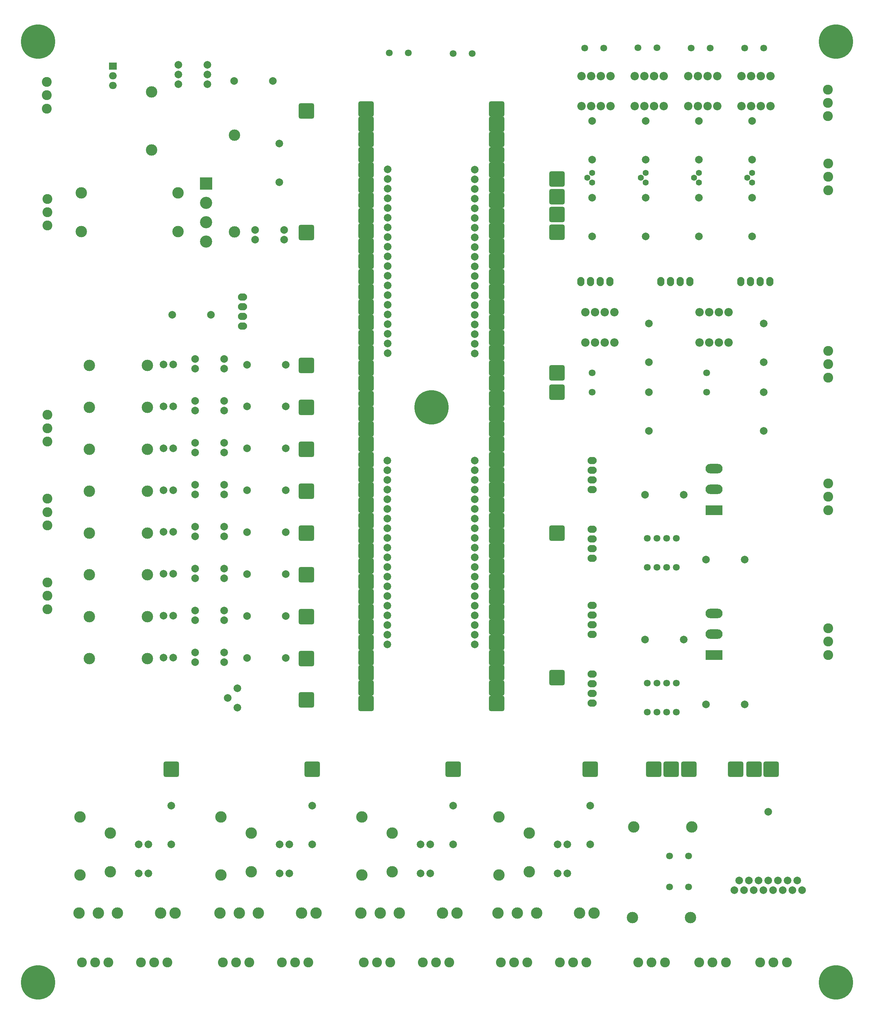
<source format=gbr>
%TF.GenerationSoftware,KiCad,Pcbnew,9.0.3*%
%TF.CreationDate,2025-10-21T23:12:44-06:00*%
%TF.ProjectId,PCB_HORNO,5043425f-484f-4524-9e4f-2e6b69636164,rev?*%
%TF.SameCoordinates,Original*%
%TF.FileFunction,Soldermask,Top*%
%TF.FilePolarity,Negative*%
%FSLAX46Y46*%
G04 Gerber Fmt 4.6, Leading zero omitted, Abs format (unit mm)*
G04 Created by KiCad (PCBNEW 9.0.3) date 2025-10-21 23:12:44*
%MOMM*%
%LPD*%
G01*
G04 APERTURE LIST*
G04 Aperture macros list*
%AMRoundRect*
0 Rectangle with rounded corners*
0 $1 Rounding radius*
0 $2 $3 $4 $5 $6 $7 $8 $9 X,Y pos of 4 corners*
0 Add a 4 corners polygon primitive as box body*
4,1,4,$2,$3,$4,$5,$6,$7,$8,$9,$2,$3,0*
0 Add four circle primitives for the rounded corners*
1,1,$1+$1,$2,$3*
1,1,$1+$1,$4,$5*
1,1,$1+$1,$6,$7*
1,1,$1+$1,$8,$9*
0 Add four rect primitives between the rounded corners*
20,1,$1+$1,$2,$3,$4,$5,0*
20,1,$1+$1,$4,$5,$6,$7,0*
20,1,$1+$1,$6,$7,$8,$9,0*
20,1,$1+$1,$8,$9,$2,$3,0*%
G04 Aperture macros list end*
%ADD10RoundRect,0.384616X1.615384X-1.615384X1.615384X1.615384X-1.615384X1.615384X-1.615384X-1.615384X0*%
%ADD11C,2.000000*%
%ADD12C,2.204000*%
%ADD13C,9.000000*%
%ADD14C,2.600000*%
%ADD15R,3.200000X3.200000*%
%ADD16C,3.200000*%
%ADD17RoundRect,0.384616X-1.615384X-1.615384X1.615384X-1.615384X1.615384X1.615384X-1.615384X1.615384X0*%
%ADD18C,3.000000*%
%ADD19C,1.800000*%
%ADD20O,2.400000X1.900000*%
%ADD21O,1.900000X2.400000*%
%ADD22RoundRect,0.384616X1.615384X1.615384X-1.615384X1.615384X-1.615384X-1.615384X1.615384X-1.615384X0*%
%ADD23R,4.500000X2.500000*%
%ADD24O,4.500000X2.500000*%
%ADD25R,2.000000X1.905000*%
%ADD26O,2.000000X1.905000*%
%ADD27C,1.600000*%
G04 APERTURE END LIST*
D10*
%TO.C,PX62*%
X237000000Y-212000000D03*
%TD*%
D11*
%TO.C,R12*%
X107900000Y-47740000D03*
X107900000Y-57900000D03*
%TD*%
D12*
%TO.C,U12*%
X229190000Y-37970000D03*
X231730000Y-37970000D03*
X234270000Y-37970000D03*
X236810000Y-37970000D03*
X236810000Y-30030000D03*
X234270000Y-30030000D03*
X231730000Y-30030000D03*
X229190000Y-30030000D03*
%TD*%
D13*
%TO.C,H4*%
X44500000Y-268000000D03*
%TD*%
D11*
%TO.C,R22*%
X235000000Y-95000000D03*
X235000000Y-105160000D03*
%TD*%
D14*
%TO.C,J0_1*%
X47000000Y-119000000D03*
X47000000Y-122500000D03*
X47000000Y-126000000D03*
%TD*%
D15*
%TO.C,D10*%
X88600000Y-58260000D03*
D16*
X88600000Y-63340000D03*
X88600000Y-68420000D03*
X88600000Y-73500000D03*
%TD*%
D14*
%TO.C,J0_5*%
X252000000Y-60000000D03*
X252000000Y-56500000D03*
X252000000Y-53000000D03*
%TD*%
D17*
%TO.C,PX48*%
X115000000Y-128000000D03*
%TD*%
D18*
%TO.C,D12*%
X137500000Y-228767500D03*
X137500000Y-238927500D03*
%TD*%
D10*
%TO.C,PX69*%
X79500000Y-212000000D03*
%TD*%
D17*
%TO.C,P18*%
X130600000Y-82700000D03*
%TD*%
%TO.C,P22*%
X130600000Y-70700000D03*
%TD*%
D18*
%TO.C,R40*%
X200560000Y-251000000D03*
X215800000Y-251000000D03*
%TD*%
D11*
%TO.C,R15*%
X204000000Y-52000000D03*
X204000000Y-41840000D03*
%TD*%
%TO.C,U20*%
X236220000Y-223200000D03*
X227330000Y-243740000D03*
X228600000Y-241200000D03*
X229870000Y-243740000D03*
X231140000Y-241200000D03*
X232410000Y-243740000D03*
X233680000Y-241200000D03*
X234950000Y-243740000D03*
X236220000Y-241200000D03*
X237490000Y-243740000D03*
X238760000Y-241200000D03*
X240030000Y-243740000D03*
X241300000Y-241200000D03*
X242570000Y-243740000D03*
X243840000Y-241200000D03*
X245110000Y-243740000D03*
%TD*%
%TO.C,U8*%
X85795000Y-181325000D03*
X85795000Y-183865000D03*
X93415000Y-183865000D03*
X93415000Y-181325000D03*
%TD*%
%TO.C,R7*%
X99420000Y-171800000D03*
X109580000Y-171800000D03*
%TD*%
D18*
%TO.C,R13*%
X74295000Y-49440000D03*
X74295000Y-34200000D03*
%TD*%
D10*
%TO.C,PX45*%
X206120000Y-212000000D03*
%TD*%
D18*
%TO.C,R28*%
X58000000Y-106000000D03*
X73240000Y-106000000D03*
%TD*%
%TO.C,R33*%
X58000000Y-161000000D03*
X73240000Y-161000000D03*
%TD*%
D10*
%TO.C,PX72*%
X189500000Y-212000000D03*
%TD*%
D19*
%TO.C,C3*%
X235000000Y-22677500D03*
X230000000Y-22677500D03*
%TD*%
D17*
%TO.C,PX33*%
X164900000Y-154700000D03*
%TD*%
%TO.C,P34*%
X164900000Y-66700000D03*
%TD*%
D11*
%TO.C,D7*%
X80000000Y-171740000D03*
X77460000Y-171740000D03*
%TD*%
D17*
%TO.C,PX50*%
X115000000Y-150000000D03*
%TD*%
D14*
%TO.C,J0_3*%
X47000000Y-163000000D03*
X47000000Y-166500000D03*
X47000000Y-170000000D03*
%TD*%
D17*
%TO.C,P26*%
X164900000Y-86700000D03*
%TD*%
D20*
%TO.C,PS1*%
X190000000Y-169000000D03*
X190000000Y-171540000D03*
X190000000Y-174080000D03*
X190000000Y-176620000D03*
%TD*%
D17*
%TO.C,3V3a1*%
X130600000Y-46700000D03*
%TD*%
%TO.C,P0*%
X130600000Y-66700000D03*
%TD*%
%TO.C,PX12*%
X130600000Y-154700000D03*
%TD*%
D11*
%TO.C,D6*%
X80000000Y-160740000D03*
X77460000Y-160740000D03*
%TD*%
D17*
%TO.C,PX27*%
X164900000Y-178700000D03*
%TD*%
D11*
%TO.C,J2*%
X136200000Y-130980000D03*
X136200000Y-133520000D03*
X136200000Y-136060000D03*
X136200000Y-138600000D03*
X136200000Y-141140000D03*
X136200000Y-143680000D03*
X136200000Y-146220000D03*
X136200000Y-148760000D03*
X136200000Y-151300000D03*
X136200000Y-153840000D03*
X136200000Y-156380000D03*
X136200000Y-158920000D03*
X136200000Y-161460000D03*
X136200000Y-164000000D03*
X136200000Y-166540000D03*
X136200000Y-169080000D03*
X136200000Y-171620000D03*
X136200000Y-174160000D03*
X136200000Y-176700000D03*
X136200000Y-179240000D03*
%TD*%
%TO.C,R16*%
X218000000Y-52000000D03*
X218000000Y-41840000D03*
%TD*%
D17*
%TO.C,PX26*%
X164900000Y-182700000D03*
%TD*%
%TO.C,PX39*%
X164900000Y-130700000D03*
%TD*%
D11*
%TO.C,R49*%
X89945000Y-92735000D03*
X79785000Y-92735000D03*
%TD*%
D17*
%TO.C,P5*%
X130600000Y-86700000D03*
%TD*%
D21*
%TO.C,PS6*%
X229000000Y-84000000D03*
X231540000Y-84000000D03*
X234080000Y-84000000D03*
X236620000Y-84000000D03*
%TD*%
D22*
%TO.C,PX124*%
X180760000Y-57100000D03*
%TD*%
D11*
%TO.C,U14*%
X101495000Y-70425000D03*
X101495000Y-72965000D03*
X109115000Y-72965000D03*
X109115000Y-70425000D03*
%TD*%
%TO.C,D2*%
X80000000Y-116740000D03*
X77460000Y-116740000D03*
%TD*%
D12*
%TO.C,U11*%
X215190000Y-37970000D03*
X217730000Y-37970000D03*
X220270000Y-37970000D03*
X222810000Y-37970000D03*
X222810000Y-30030000D03*
X220270000Y-30030000D03*
X217730000Y-30030000D03*
X215190000Y-30030000D03*
%TD*%
D19*
%TO.C,C8*%
X220000000Y-108000000D03*
X220000000Y-113000000D03*
%TD*%
D10*
%TO.C,PX67*%
X153500000Y-212000000D03*
%TD*%
D11*
%TO.C,U1*%
X85795000Y-104325000D03*
X85795000Y-106865000D03*
X93415000Y-106865000D03*
X93415000Y-104325000D03*
%TD*%
D23*
%TO.C,Q7*%
X222000000Y-144000000D03*
D24*
X222000000Y-138550000D03*
X222000000Y-133100000D03*
%TD*%
D17*
%TO.C,PX3*%
X130600000Y-118700000D03*
%TD*%
D11*
%TO.C,U4*%
X85795000Y-137325000D03*
X85795000Y-139865000D03*
X93415000Y-139865000D03*
X93415000Y-137325000D03*
%TD*%
D12*
%TO.C,U9*%
X187187500Y-37970000D03*
X189727500Y-37970000D03*
X192267500Y-37970000D03*
X194807500Y-37970000D03*
X194807500Y-30030000D03*
X192267500Y-30030000D03*
X189727500Y-30030000D03*
X187187500Y-30030000D03*
%TD*%
D18*
%TO.C,R31*%
X58000000Y-139000000D03*
X73240000Y-139000000D03*
%TD*%
D17*
%TO.C,PX49*%
X115000000Y-139000000D03*
%TD*%
D18*
%TO.C,R39*%
X200900000Y-227200000D03*
X216140000Y-227200000D03*
%TD*%
%TO.C,R45*%
X129500000Y-239767500D03*
X129500000Y-224527500D03*
%TD*%
D17*
%TO.C,PX29*%
X164900000Y-170700000D03*
%TD*%
D19*
%TO.C,U19*%
X204500000Y-159000000D03*
X207040000Y-159000000D03*
X209580000Y-159000000D03*
X212120000Y-159000000D03*
X212120000Y-151380000D03*
X209580000Y-151380000D03*
X207040000Y-151380000D03*
X204500000Y-151380000D03*
%TD*%
D18*
%TO.C,R10*%
X55900000Y-60700000D03*
X81300000Y-60700000D03*
%TD*%
%TO.C,R43*%
X92500000Y-239767500D03*
X92500000Y-224527500D03*
%TD*%
D25*
%TO.C,Q5*%
X64180000Y-27420000D03*
D26*
X64180000Y-29960000D03*
X64180000Y-32500000D03*
%TD*%
D17*
%TO.C,PX28*%
X164900000Y-174700000D03*
%TD*%
D14*
%TO.C,J0_13*%
X252000000Y-109200000D03*
X252000000Y-105700000D03*
X252000000Y-102200000D03*
%TD*%
%TO.C,J0_25*%
X166000000Y-262767500D03*
X169500000Y-262767500D03*
X173000000Y-262767500D03*
%TD*%
D17*
%TO.C,P17*%
X130600000Y-102700000D03*
%TD*%
D11*
%TO.C,D8*%
X80000000Y-182740000D03*
X77460000Y-182740000D03*
%TD*%
%TO.C,J3*%
X159160000Y-179260000D03*
X159160000Y-176720000D03*
X159160000Y-174180000D03*
X159160000Y-171640000D03*
X159160000Y-169100000D03*
X159160000Y-166560000D03*
X159160000Y-164020000D03*
X159160000Y-161480000D03*
X159160000Y-158940000D03*
X159160000Y-156400000D03*
X159160000Y-153860000D03*
X159160000Y-151320000D03*
X159160000Y-148780000D03*
X159160000Y-146240000D03*
X159160000Y-143700000D03*
X159160000Y-141160000D03*
X159160000Y-138620000D03*
X159160000Y-136080000D03*
X159160000Y-133540000D03*
X159160000Y-131000000D03*
%TD*%
D18*
%TO.C,R11*%
X96100000Y-45600000D03*
X96100000Y-71000000D03*
%TD*%
D11*
%TO.C,J1*%
X136300000Y-54500000D03*
X136300000Y-57040000D03*
X136300000Y-59580000D03*
X136300000Y-62120000D03*
X136300000Y-64660000D03*
X136300000Y-67200000D03*
X136300000Y-69740000D03*
X136300000Y-72280000D03*
X136300000Y-74820000D03*
X136300000Y-77360000D03*
X136300000Y-79900000D03*
X136300000Y-82440000D03*
X136300000Y-84980000D03*
X136300000Y-87520000D03*
X136300000Y-90060000D03*
X136300000Y-92600000D03*
X136300000Y-95140000D03*
X136300000Y-97680000D03*
X136300000Y-100220000D03*
X136300000Y-102760000D03*
%TD*%
%TO.C,R38*%
X190000000Y-62000000D03*
X190000000Y-72160000D03*
%TD*%
D17*
%TO.C,GND3*%
X164900000Y-38700000D03*
%TD*%
%TO.C,PX25*%
X164900000Y-186700000D03*
%TD*%
%TO.C,P32*%
X164900000Y-74700000D03*
%TD*%
D11*
%TO.C,R1*%
X99420000Y-105800000D03*
X109580000Y-105800000D03*
%TD*%
D17*
%TO.C,PX38*%
X164900000Y-134700000D03*
%TD*%
D11*
%TO.C,R41*%
X79500000Y-231767500D03*
X79500000Y-221607500D03*
%TD*%
D17*
%TO.C,PX5*%
X130600000Y-126700000D03*
%TD*%
%TO.C,P21*%
X164900000Y-106700000D03*
%TD*%
D11*
%TO.C,R36*%
X218000000Y-62000000D03*
X218000000Y-72160000D03*
%TD*%
D20*
%TO.C,PS4*%
X190000000Y-131000000D03*
X190000000Y-133540000D03*
X190000000Y-136080000D03*
X190000000Y-138620000D03*
%TD*%
D11*
%TO.C,R26*%
X230000000Y-157000000D03*
X219840000Y-157000000D03*
%TD*%
D17*
%TO.C,P38*%
X164900000Y-58700000D03*
%TD*%
%TO.C,PX17*%
X130600000Y-174700000D03*
%TD*%
D14*
%TO.C,J0_20*%
X71500000Y-262767500D03*
X75000000Y-262767500D03*
X78500000Y-262767500D03*
%TD*%
D17*
%TO.C,PX37*%
X164900000Y-138700000D03*
%TD*%
D19*
%TO.C,C6*%
X193000000Y-22677500D03*
X188000000Y-22677500D03*
%TD*%
D17*
%TO.C,PX51*%
X115000000Y-161000000D03*
%TD*%
D22*
%TO.C,PX80*%
X180760000Y-150000000D03*
%TD*%
D17*
%TO.C,P12*%
X164900000Y-98700000D03*
%TD*%
D27*
%TO.C,Q1*%
X190000000Y-58000000D03*
X188730000Y-56730000D03*
X190000000Y-55460000D03*
%TD*%
D17*
%TO.C,PX7*%
X130600000Y-134700000D03*
%TD*%
%TO.C,TX1*%
X130600000Y-58700000D03*
%TD*%
D18*
%TO.C,R29*%
X58000000Y-117000000D03*
X73240000Y-117000000D03*
%TD*%
D11*
%TO.C,R5*%
X99420000Y-149800000D03*
X109580000Y-149800000D03*
%TD*%
D18*
%TO.C,R42*%
X55500000Y-239767500D03*
X55500000Y-224527500D03*
%TD*%
D19*
%TO.C,C1*%
X141700000Y-24000000D03*
X136700000Y-24000000D03*
%TD*%
D17*
%TO.C,PX47*%
X115000000Y-117000000D03*
%TD*%
D13*
%TO.C,H3*%
X254000000Y-268000000D03*
%TD*%
D18*
%TO.C,R47*%
X165500000Y-239767500D03*
X165500000Y-224527500D03*
%TD*%
D17*
%TO.C,RX1*%
X130600000Y-54700000D03*
%TD*%
D12*
%TO.C,U18*%
X188190000Y-99970000D03*
X190730000Y-99970000D03*
X193270000Y-99970000D03*
X195810000Y-99970000D03*
X195810000Y-92030000D03*
X193270000Y-92030000D03*
X190730000Y-92030000D03*
X188190000Y-92030000D03*
%TD*%
D11*
%TO.C,U5*%
X85795000Y-148325000D03*
X85795000Y-150865000D03*
X93415000Y-150865000D03*
X93415000Y-148325000D03*
%TD*%
D17*
%TO.C,PX30*%
X164900000Y-166700000D03*
%TD*%
D11*
%TO.C,J4*%
X159160000Y-102840000D03*
X159160000Y-100300000D03*
X159160000Y-97760000D03*
X159160000Y-95220000D03*
X159160000Y-92680000D03*
X159160000Y-90140000D03*
X159160000Y-87600000D03*
X159160000Y-85060000D03*
X159160000Y-82520000D03*
X159160000Y-79980000D03*
X159160000Y-77440000D03*
X159160000Y-74900000D03*
X159160000Y-72360000D03*
X159160000Y-69820000D03*
X159160000Y-67280000D03*
X159160000Y-64740000D03*
X159160000Y-62200000D03*
X159160000Y-59660000D03*
X159160000Y-57120000D03*
X159160000Y-54580000D03*
%TD*%
D17*
%TO.C,PX32*%
X164900000Y-158700000D03*
%TD*%
D14*
%TO.C,J0_19*%
X56000000Y-262767500D03*
X59500000Y-262767500D03*
X63000000Y-262767500D03*
%TD*%
D11*
%TO.C,R23*%
X204900000Y-113000000D03*
X204900000Y-123160000D03*
%TD*%
D17*
%TO.C,P13*%
X164900000Y-102700000D03*
%TD*%
D18*
%TO.C,R34*%
X58000000Y-172000000D03*
X73240000Y-172000000D03*
%TD*%
D11*
%TO.C,U6*%
X85795000Y-159325000D03*
X85795000Y-161865000D03*
X93415000Y-161865000D03*
X93415000Y-159325000D03*
%TD*%
D19*
%TO.C,C4*%
X221000000Y-22677500D03*
X216000000Y-22677500D03*
%TD*%
D14*
%TO.C,J0_6*%
X251900000Y-40600000D03*
X251900000Y-37100000D03*
X251900000Y-33600000D03*
%TD*%
D22*
%TO.C,PX121*%
X180760000Y-71050000D03*
%TD*%
D11*
%TO.C,D5*%
X80000000Y-149740000D03*
X77460000Y-149740000D03*
%TD*%
D17*
%TO.C,PX8*%
X130600000Y-138700000D03*
%TD*%
%TO.C,PX6*%
X130600000Y-130700000D03*
%TD*%
%TO.C,PX16*%
X130600000Y-170700000D03*
%TD*%
D10*
%TO.C,PX55*%
X227700000Y-212000000D03*
%TD*%
D17*
%TO.C,3V3b1*%
X164900000Y-46700000D03*
%TD*%
D14*
%TO.C,J0_16*%
X234100000Y-262700000D03*
X237600000Y-262700000D03*
X241100000Y-262700000D03*
%TD*%
D17*
%TO.C,PX10*%
X130600000Y-146700000D03*
%TD*%
%TO.C,PX21*%
X130600000Y-190700000D03*
%TD*%
%TO.C,PX13*%
X130600000Y-158700000D03*
%TD*%
D11*
%TO.C,D3*%
X80000000Y-127740000D03*
X77460000Y-127740000D03*
%TD*%
D17*
%TO.C,PX43*%
X164900000Y-114700000D03*
%TD*%
D11*
%TO.C,R46*%
X153500000Y-231767500D03*
X153500000Y-221607500D03*
%TD*%
D19*
%TO.C,C9*%
X190000000Y-108000000D03*
X190000000Y-113000000D03*
%TD*%
D17*
%TO.C,PX11*%
X130600000Y-150700000D03*
%TD*%
%TO.C,P37*%
X164900000Y-54700000D03*
%TD*%
D18*
%TO.C,R30*%
X58000000Y-128000000D03*
X73240000Y-128000000D03*
%TD*%
D14*
%TO.C,J0_8*%
X47000000Y-62300000D03*
X47000000Y-65800000D03*
X47000000Y-69300000D03*
%TD*%
D17*
%TO.C,PX24*%
X164900000Y-190700000D03*
%TD*%
%TO.C,PX52*%
X115000000Y-172000000D03*
%TD*%
%TO.C,PX44*%
X164900000Y-110700000D03*
%TD*%
%TO.C,RST1*%
X130600000Y-62700000D03*
%TD*%
D27*
%TO.C,Q3*%
X218000000Y-58000000D03*
X216730000Y-56730000D03*
X218000000Y-55460000D03*
%TD*%
D13*
%TO.C,H2*%
X254000000Y-21000000D03*
%TD*%
D17*
%TO.C,PX19*%
X130600000Y-182700000D03*
%TD*%
D14*
%TO.C,J0_7*%
X46800000Y-31600000D03*
X46800000Y-35100000D03*
X46800000Y-38600000D03*
%TD*%
D17*
%TO.C,PX14*%
X130600000Y-162700000D03*
%TD*%
%TO.C,P39*%
X164900000Y-62700000D03*
%TD*%
D18*
%TO.C,R27*%
X58000000Y-183000000D03*
X73240000Y-183000000D03*
%TD*%
D17*
%TO.C,P35*%
X164900000Y-70700000D03*
%TD*%
D11*
%TO.C,R44*%
X116500000Y-231767500D03*
X116500000Y-221607500D03*
%TD*%
%TO.C,R18*%
X106180000Y-31300000D03*
X96020000Y-31300000D03*
%TD*%
D18*
%TO.C,R9*%
X55900000Y-70900000D03*
X81300000Y-70900000D03*
%TD*%
%TO.C,K3*%
X134340000Y-249767500D03*
X139380000Y-249767500D03*
X129300000Y-249767500D03*
X154500000Y-249767500D03*
X150720000Y-249767500D03*
%TD*%
D11*
%TO.C,D1*%
X80000000Y-105740000D03*
X77460000Y-105740000D03*
%TD*%
%TO.C,R17*%
X232000000Y-52000000D03*
X232000000Y-41840000D03*
%TD*%
D17*
%TO.C,P2*%
X130600000Y-94700000D03*
%TD*%
D11*
%TO.C,U21*%
X110500000Y-231767500D03*
X107960000Y-231767500D03*
X107960000Y-239387500D03*
X110500000Y-239387500D03*
%TD*%
D14*
%TO.C,J0_2*%
X47000000Y-141000000D03*
X47000000Y-144500000D03*
X47000000Y-148000000D03*
%TD*%
%TO.C,J0_24*%
X145500000Y-262767500D03*
X149000000Y-262767500D03*
X152500000Y-262767500D03*
%TD*%
D19*
%TO.C,C2*%
X153500000Y-24100000D03*
X158500000Y-24100000D03*
%TD*%
D17*
%TO.C,5Va1*%
X130600000Y-42700000D03*
%TD*%
D11*
%TO.C,R19*%
X214000000Y-178000000D03*
X203840000Y-178000000D03*
%TD*%
%TO.C,R4*%
X99420000Y-138800000D03*
X109580000Y-138800000D03*
%TD*%
%TO.C,R24*%
X204900000Y-95000000D03*
X204900000Y-105160000D03*
%TD*%
D17*
%TO.C,PX23*%
X164900000Y-194700000D03*
%TD*%
D22*
%TO.C,PX119*%
X180760000Y-108000000D03*
%TD*%
D17*
%TO.C,P15*%
X130600000Y-90700000D03*
%TD*%
D10*
%TO.C,PX63*%
X116500000Y-212000000D03*
%TD*%
D11*
%TO.C,RV1*%
X96840000Y-195840000D03*
X94300000Y-193300000D03*
X96840000Y-190760000D03*
%TD*%
%TO.C,U7*%
X85795000Y-170325000D03*
X85795000Y-172865000D03*
X93415000Y-172865000D03*
X93415000Y-170325000D03*
%TD*%
D17*
%TO.C,P27*%
X164900000Y-90700000D03*
%TD*%
D11*
%TO.C,U3*%
X85795000Y-126325000D03*
X85795000Y-128865000D03*
X93415000Y-128865000D03*
X93415000Y-126325000D03*
%TD*%
D17*
%TO.C,PX40*%
X164900000Y-126700000D03*
%TD*%
%TO.C,PX9*%
X130600000Y-142700000D03*
%TD*%
D22*
%TO.C,PX118*%
X180760000Y-113000000D03*
%TD*%
D11*
%TO.C,U16*%
X73500000Y-231767500D03*
X70960000Y-231767500D03*
X70960000Y-239387500D03*
X73500000Y-239387500D03*
%TD*%
D17*
%TO.C,P36*%
X164900000Y-50700000D03*
%TD*%
D19*
%TO.C,C10*%
X210300000Y-242900000D03*
X215300000Y-242900000D03*
%TD*%
D11*
%TO.C,R37*%
X204000000Y-62000000D03*
X204000000Y-72160000D03*
%TD*%
%TO.C,R3*%
X99420000Y-127800000D03*
X109580000Y-127800000D03*
%TD*%
D22*
%TO.C,PX66*%
X180760000Y-188000000D03*
%TD*%
D17*
%TO.C,PX4*%
X130600000Y-122700000D03*
%TD*%
%TO.C,PX35*%
X164900000Y-146700000D03*
%TD*%
D10*
%TO.C,PX111*%
X232450000Y-212000000D03*
%TD*%
D21*
%TO.C,PS8*%
X187000000Y-84000000D03*
X189540000Y-84000000D03*
X192080000Y-84000000D03*
X194620000Y-84000000D03*
%TD*%
D12*
%TO.C,U17*%
X218190000Y-99970000D03*
X220730000Y-99970000D03*
X223270000Y-99970000D03*
X225810000Y-99970000D03*
X225810000Y-92030000D03*
X223270000Y-92030000D03*
X220730000Y-92030000D03*
X218190000Y-92030000D03*
%TD*%
D17*
%TO.C,P14*%
X164900000Y-94700000D03*
%TD*%
D20*
%TO.C,PS3*%
X190000000Y-149000000D03*
X190000000Y-151540000D03*
X190000000Y-154080000D03*
X190000000Y-156620000D03*
%TD*%
D18*
%TO.C,D11*%
X100500000Y-228767500D03*
X100500000Y-238927500D03*
%TD*%
D22*
%TO.C,PX59*%
X115000000Y-193800000D03*
%TD*%
D17*
%TO.C,PX36*%
X164900000Y-142700000D03*
%TD*%
%TO.C,PX57*%
X115000000Y-39200000D03*
%TD*%
%TO.C,PX53*%
X115000000Y-183000000D03*
%TD*%
D22*
%TO.C,PX122*%
X180760000Y-66400000D03*
%TD*%
D17*
%TO.C,PX42*%
X164900000Y-118700000D03*
%TD*%
D18*
%TO.C,R32*%
X58000000Y-150000000D03*
X73240000Y-150000000D03*
%TD*%
D10*
%TO.C,PX112*%
X210700000Y-212000000D03*
%TD*%
D17*
%TO.C,P16*%
X130600000Y-106700000D03*
%TD*%
D21*
%TO.C,PS7*%
X208000000Y-84000000D03*
X210540000Y-84000000D03*
X213080000Y-84000000D03*
X215620000Y-84000000D03*
%TD*%
D11*
%TO.C,D4*%
X80000000Y-138740000D03*
X77460000Y-138740000D03*
%TD*%
D17*
%TO.C,PX1*%
X130600000Y-110700000D03*
%TD*%
D11*
%TO.C,U2*%
X85795000Y-115325000D03*
X85795000Y-117865000D03*
X93415000Y-117865000D03*
X93415000Y-115325000D03*
%TD*%
D23*
%TO.C,Q6*%
X222000000Y-182000000D03*
D24*
X222000000Y-176550000D03*
X222000000Y-171100000D03*
%TD*%
D17*
%TO.C,PX2*%
X130600000Y-114700000D03*
%TD*%
D11*
%TO.C,R8*%
X99420000Y-182800000D03*
X109580000Y-182800000D03*
%TD*%
%TO.C,R48*%
X189500000Y-231767500D03*
X189500000Y-221607500D03*
%TD*%
D20*
%TO.C,PS2*%
X190000000Y-187000000D03*
X190000000Y-189540000D03*
X190000000Y-192080000D03*
X190000000Y-194620000D03*
%TD*%
D17*
%TO.C,PX34*%
X164900000Y-150700000D03*
%TD*%
D19*
%TO.C,C5*%
X207000000Y-22600000D03*
X202000000Y-22600000D03*
%TD*%
D17*
%TO.C,PX22*%
X130600000Y-194700000D03*
%TD*%
D11*
%TO.C,R6*%
X99420000Y-160800000D03*
X109580000Y-160800000D03*
%TD*%
%TO.C,R20*%
X230000000Y-195000000D03*
X219840000Y-195000000D03*
%TD*%
%TO.C,R14*%
X190000000Y-52000000D03*
X190000000Y-41840000D03*
%TD*%
D17*
%TO.C,PX20*%
X130600000Y-186700000D03*
%TD*%
%TO.C,5Vb1*%
X164900000Y-42700000D03*
%TD*%
D14*
%TO.C,J0_23*%
X130000000Y-262767500D03*
X133500000Y-262767500D03*
X137000000Y-262767500D03*
%TD*%
D17*
%TO.C,P23*%
X130600000Y-78700000D03*
%TD*%
D19*
%TO.C,U15*%
X204500000Y-197000000D03*
X207040000Y-197000000D03*
X209580000Y-197000000D03*
X212120000Y-197000000D03*
X212120000Y-189380000D03*
X209580000Y-189380000D03*
X207040000Y-189380000D03*
X204500000Y-189380000D03*
%TD*%
D13*
%TO.C,H5*%
X147800000Y-117000000D03*
%TD*%
D17*
%TO.C,PX54*%
X115000000Y-71125000D03*
%TD*%
D14*
%TO.C,J0_10*%
X218100000Y-262700000D03*
X221600000Y-262700000D03*
X225100000Y-262700000D03*
%TD*%
%TO.C,J0_26*%
X181500000Y-262767500D03*
X185000000Y-262767500D03*
X188500000Y-262767500D03*
%TD*%
D17*
%TO.C,P19*%
X130600000Y-74700000D03*
%TD*%
%TO.C,PX41*%
X164900000Y-122700000D03*
%TD*%
%TO.C,P33*%
X164900000Y-78700000D03*
%TD*%
D11*
%TO.C,U23*%
X183500000Y-231767500D03*
X180960000Y-231767500D03*
X180960000Y-239387500D03*
X183500000Y-239387500D03*
%TD*%
D18*
%TO.C,K4*%
X170340000Y-249767500D03*
X175380000Y-249767500D03*
X165300000Y-249767500D03*
X190500000Y-249767500D03*
X186720000Y-249767500D03*
%TD*%
D17*
%TO.C,PX18*%
X130600000Y-178700000D03*
%TD*%
D14*
%TO.C,J0_9*%
X202100000Y-262700000D03*
X205600000Y-262700000D03*
X209100000Y-262700000D03*
%TD*%
D11*
%TO.C,R21*%
X235000000Y-113000000D03*
X235000000Y-123160000D03*
%TD*%
D18*
%TO.C,K2*%
X97340000Y-249767500D03*
X102380000Y-249767500D03*
X92300000Y-249767500D03*
X117500000Y-249767500D03*
X113720000Y-249767500D03*
%TD*%
D27*
%TO.C,Q2*%
X204000000Y-58000000D03*
X202730000Y-56730000D03*
X204000000Y-55460000D03*
%TD*%
D11*
%TO.C,R25*%
X214000000Y-140000000D03*
X203840000Y-140000000D03*
%TD*%
D14*
%TO.C,J0_14*%
X252000000Y-144000000D03*
X252000000Y-140500000D03*
X252000000Y-137000000D03*
%TD*%
D17*
%TO.C,GND2*%
X130600000Y-50700000D03*
%TD*%
D11*
%TO.C,R2*%
X99420000Y-116800000D03*
X109580000Y-116800000D03*
%TD*%
D14*
%TO.C,J0_18*%
X252000000Y-182000000D03*
X252000000Y-178500000D03*
X252000000Y-175000000D03*
%TD*%
D22*
%TO.C,PX123*%
X180760000Y-61750000D03*
%TD*%
D10*
%TO.C,PX113*%
X215350000Y-212000000D03*
%TD*%
D14*
%TO.C,J0_22*%
X108500000Y-262767500D03*
X112000000Y-262767500D03*
X115500000Y-262767500D03*
%TD*%
D17*
%TO.C,GND1*%
X130600000Y-38700000D03*
%TD*%
D11*
%TO.C,U13*%
X89000000Y-32180000D03*
X89000000Y-29640000D03*
X89000000Y-27100000D03*
X81380000Y-27100000D03*
X81380000Y-29640000D03*
X81380000Y-32180000D03*
%TD*%
D18*
%TO.C,D13*%
X173500000Y-228767500D03*
X173500000Y-238927500D03*
%TD*%
%TO.C,K1*%
X60340000Y-249767500D03*
X65380000Y-249767500D03*
X55300000Y-249767500D03*
X80500000Y-249767500D03*
X76720000Y-249767500D03*
%TD*%
D27*
%TO.C,Q4*%
X232000000Y-58000000D03*
X230730000Y-56730000D03*
X232000000Y-55460000D03*
%TD*%
D17*
%TO.C,P25*%
X164900000Y-82700000D03*
%TD*%
%TO.C,PX31*%
X164900000Y-162700000D03*
%TD*%
D20*
%TO.C,PS5*%
X98242500Y-88027500D03*
X98242500Y-90567500D03*
X98242500Y-93107500D03*
X98242500Y-95647500D03*
%TD*%
D19*
%TO.C,C11*%
X210300000Y-234800000D03*
X215300000Y-234800000D03*
%TD*%
D11*
%TO.C,R35*%
X232000000Y-62000000D03*
X232000000Y-72160000D03*
%TD*%
D17*
%TO.C,PX15*%
X130600000Y-166700000D03*
%TD*%
D18*
%TO.C,D9*%
X63500000Y-228767500D03*
X63500000Y-238927500D03*
%TD*%
D17*
%TO.C,P4*%
X130600000Y-98700000D03*
%TD*%
D12*
%TO.C,U10*%
X201190000Y-37970000D03*
X203730000Y-37970000D03*
X206270000Y-37970000D03*
X208810000Y-37970000D03*
X208810000Y-30030000D03*
X206270000Y-30030000D03*
X203730000Y-30030000D03*
X201190000Y-30030000D03*
%TD*%
D14*
%TO.C,J0_21*%
X93000000Y-262767500D03*
X96500000Y-262767500D03*
X100000000Y-262767500D03*
%TD*%
D17*
%TO.C,PX46*%
X115000000Y-106000000D03*
%TD*%
D11*
%TO.C,U22*%
X147500000Y-231767500D03*
X144960000Y-231767500D03*
X144960000Y-239387500D03*
X147500000Y-239387500D03*
%TD*%
D13*
%TO.C,H1*%
X44500000Y-21000000D03*
%TD*%
M02*

</source>
